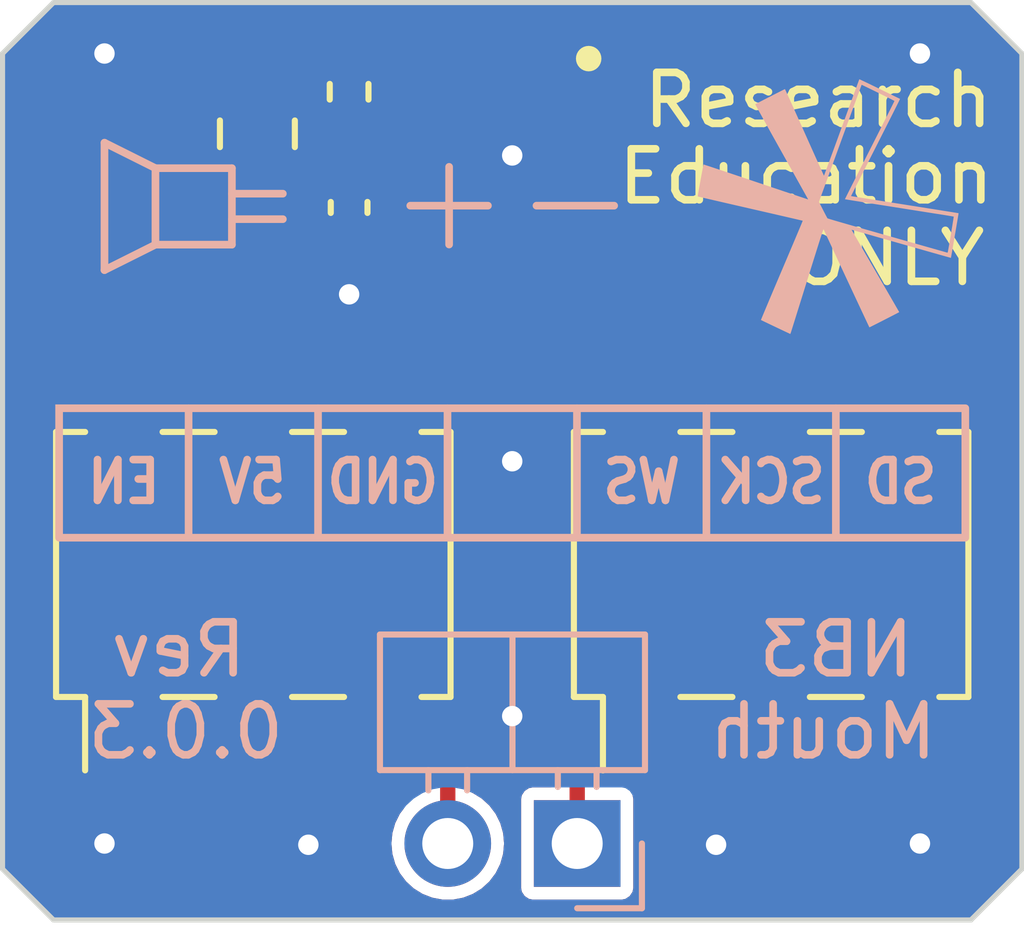
<source format=kicad_pcb>
(kicad_pcb (version 20240108) (generator "pcbnew") (generator_version "8.0")
  (title_block (title "NB3 Mouth") (date "2024-10-02") (rev "0.0.3") (company "Voight-Kampff") (comment 1 "I2S Codec and 3W (Class D) Amplifier PCB"))
  (layers (0 "F.Cu" signal) (31 "B.Cu" signal) (34 "B.Paste" user) (35 "F.Paste" user) (36 "B.SilkS" user "B.Silkscreen") (37 "F.SilkS" user "F.Silkscreen") (38 "B.Mask" user) (39 "F.Mask" user) (44 "Edge.Cuts" user))
  (net 0 "")
  (net 1 "GND")
  (net 2 "/SCK")
  (net 3 "/SD")
  (net 4 "/WS")
  (net 5 "Net-(IC1-~{SD_MODE})")
  (net 6 "/Speaker+")
  (net 7 "/Speaker-")
  (net 12 "+5V")
  (net 13 "/EN")
  (footprint "NB3_mouth:I2S_DAC-AMP_MAX98357A" (layer "F.Cu") (at 151.4 100.975 -90)
    (property "Reference" "IC1" (hide yes))
    (property "Value" "MAX98357AETE+T" (hide yes))
    (fp_circle (center -1.875 -1.5) (end -1.875 -1.375) (stroke (width 0.25)) (fill none) (layer "F.SilkS"))
    (pad "1" smd rect (at -1.45 -0.75) (size 0.3 0.85) (layers "F.Cu" "F.Paste" "F.Mask") (net 3 "/SD"))
    (pad "2" smd rect (at -1.45 -0.25) (size 0.3 0.85) (layers "F.Cu" "F.Paste" "F.Mask") (net 1 "GND"))
    (pad "3" smd rect (at -1.45 0.25) (size 0.3 0.85) (layers "F.Cu" "F.Paste" "F.Mask") (net 1 "GND"))
    (pad "4" smd rect (at -1.45 0.75) (size 0.3 0.85) (layers "F.Cu" "F.Paste" "F.Mask") (net 5 "Net-(IC1-~{SD_MODE})"))
    (pad "5" smd rect (at -0.75 1.45 270) (size 0.3 0.85) (layers "F.Cu" "F.Paste" "F.Mask"))
    (pad "6" smd rect (at -0.25 1.45 270) (size 0.3 0.85) (layers "F.Cu" "F.Paste" "F.Mask"))
    (pad "7" smd rect (at 0.25 1.45 270) (size 0.3 0.85) (layers "F.Cu" "F.Paste" "F.Mask") (net 12 "+5V"))
    (pad "8" smd rect (at 0.75 1.45 270) (size 0.3 0.85) (layers "F.Cu" "F.Paste" "F.Mask") (net 12 "+5V"))
    (pad "9" smd rect (at 1.45 0.75) (size 0.3 0.85) (layers "F.Cu" "F.Paste" "F.Mask") (net 6 "/Speaker+"))
    (pad "10" smd rect (at 1.45 0.25) (size 0.3 0.85) (layers "F.Cu" "F.Paste" "F.Mask") (net 7 "/Speaker-"))
    (pad "11" smd rect (at 1.45 -0.25) (size 0.3 0.85) (layers "F.Cu" "F.Paste" "F.Mask") (net 1 "GND"))
    (pad "12" smd rect (at 1.45 -0.75) (size 0.3 0.85) (layers "F.Cu" "F.Paste" "F.Mask"))
    (pad "13" smd rect (at 0.75 -1.45 270) (size 0.3 0.85) (layers "F.Cu" "F.Paste" "F.Mask"))
    (pad "14" smd rect (at 0.25 -1.45 270) (size 0.3 0.85) (layers "F.Cu" "F.Paste" "F.Mask") (net 4 "/WS"))
    (pad "15" smd rect (at -0.25 -1.45 270) (size 0.3 0.85) (layers "F.Cu" "F.Paste" "F.Mask") (net 1 "GND"))
    (pad "16" smd rect (at -0.75 -1.45 270) (size 0.3 0.85) (layers "F.Cu" "F.Paste" "F.Mask") (net 2 "/SCK"))
    (pad "17" smd rect (at 0 0 270) (size 1.25 1.25) (layers "F.Cu" "F.Paste" "F.Mask") (net 1 "GND"))
  )
  (footprint "Capacitor_SMD:C_0805_2012Metric" (layer "F.Cu") (at 146.4 100.575 90)
    (property "Reference" "C1" (hide yes))
    (property "Value" "10uF")
    (fp_line (start -0.261252 -0.735) (end 0.261252 -0.735) (stroke (width 0.12)) (layer "F.SilkS"))
    (fp_line (start -0.261252 0.735) (end 0.261252 0.735) (stroke (width 0.12)) (layer "F.SilkS"))
    (pad "1" smd roundrect (at -0.95 0 90) (size 1 1.45) (layers "F.Cu" "F.Paste" "F.Mask") (net 12 "+5V"))
    (pad "2" smd roundrect (at 0.95 0 90) (size 1 1.45) (layers "F.Cu" "F.Paste" "F.Mask") (net 1 "GND"))
  )
  (footprint "Resistor_SMD:R_0402_1005Metric" (layer "F.Cu") (at 148.2 99.75 90)
    (property "Reference" "R1" (hide yes))
    (property "Value" "634k" (hide yes))
    (fp_line (start -0.153641 -0.38) (end 0.153641 -0.38) (stroke (width 0.12)) (layer "F.SilkS"))
    (fp_line (start -0.153641 0.38) (end 0.153641 0.38) (stroke (width 0.12)) (layer "F.SilkS"))
    (pad "1" smd roundrect (at -0.51 0 90) (size 0.54 0.64) (layers "F.Cu" "F.Paste" "F.Mask") (net 13 "/EN"))
    (pad "2" smd roundrect (at 0.51 0 90) (size 0.54 0.64) (layers "F.Cu" "F.Paste" "F.Mask") (net 5 "Net-(IC1-~{SD_MODE})"))
  )
  (footprint "Capacitor_SMD:C_0402_1005Metric" (layer "F.Cu") (at 148.2 102.02 -90)
    (property "Reference" "C2" (hide yes))
    (property "Value" "0.1uF")
    (fp_line (start -0.107836 0.36) (end 0.107836 0.36) (stroke (width 0.12)) (layer "F.SilkS"))
    (fp_line (start -0.107836 -0.36) (end 0.107836 -0.36) (stroke (width 0.12)) (layer "F.SilkS"))
    (pad "1" smd roundrect (at -0.48 0 270) (size 0.56 0.62) (layers "F.Cu" "F.Paste" "F.Mask") (net 12 "+5V"))
    (pad "2" smd roundrect (at 0.48 0 270) (size 0.56 0.62) (layers "F.Cu" "F.Paste" "F.Mask") (net 1 "GND"))
  )
  (footprint "Connector_PinHeader_2.54mm:PinHeader_2x03_P2.54mm_Vertical_SMD" (layer "F.Cu") (at 156.48 109.025 90)
    (property "Reference" "J2" (hide yes))
    (property "Value" "Conn_02x03_Odd_Even" (hide yes))
    (fp_line (start 2.6 -3.87) (end 2.6 -3.3) (stroke (width 0.12)) (layer "F.SilkS"))
    (fp_line (start -2.6 -3.87) (end 2.6 -3.87) (stroke (width 0.12)) (layer "F.SilkS"))
    (fp_line (start -2.6 -3.87) (end -2.6 -3.3) (stroke (width 0.12)) (layer "F.SilkS"))
    (fp_line (start -4.04 -3.3) (end -2.6 -3.3) (stroke (width 0.12)) (layer "F.SilkS"))
    (fp_line (start 2.6 -1.78) (end 2.6 -0.76) (stroke (width 0.12)) (layer "F.SilkS"))
    (fp_line (start -2.6 -1.78) (end -2.6 -0.76) (stroke (width 0.12)) (layer "F.SilkS"))
    (fp_line (start 2.6 0.76) (end 2.6 1.78) (stroke (width 0.12)) (layer "F.SilkS"))
    (fp_line (start -2.6 0.76) (end -2.6 1.78) (stroke (width 0.12)) (layer "F.SilkS"))
    (fp_line (start 2.6 3.3) (end 2.6 3.87) (stroke (width 0.12)) (layer "F.SilkS"))
    (fp_line (start -2.6 3.3) (end -2.6 3.87) (stroke (width 0.12)) (layer "F.SilkS"))
    (fp_line (start -2.6 3.87) (end 2.6 3.87) (stroke (width 0.12)) (layer "F.SilkS"))
    (pad "1" smd rect (at -2.525 -2.54 90) (size 3.15 1) (layers "F.Cu" "F.Paste" "F.Mask") (net 4 "/WS"))
    (pad "2" smd rect (at 2.525 -2.54 90) (size 3.15 1) (layers "F.Cu" "F.Paste" "F.Mask") (net 4 "/WS"))
    (pad "3" smd rect (at -2.525 0 90) (size 3.15 1) (layers "F.Cu" "F.Paste" "F.Mask") (net 2 "/SCK"))
    (pad "4" smd rect (at 2.525 0 90) (size 3.15 1) (layers "F.Cu" "F.Paste" "F.Mask") (net 2 "/SCK"))
    (pad "5" smd rect (at -2.525 2.54 90) (size 3.15 1) (layers "F.Cu" "F.Paste" "F.Mask") (net 3 "/SD"))
    (pad "6" smd rect (at 2.525 2.54 90) (size 3.15 1) (layers "F.Cu" "F.Paste" "F.Mask") (net 3 "/SD"))
  )
  (footprint "Connector_PinHeader_2.54mm:PinHeader_2x03_P2.54mm_Vertical_SMD" (layer "F.Cu") (at 146.32 109.025 90)
    (property "Reference" "J1" (hide yes))
    (property "Value" "Conn_02x03_Odd_Even" (hide yes))
    (fp_line (start 2.6 -3.87) (end 2.6 -3.3) (stroke (width 0.12)) (layer "F.SilkS"))
    (fp_line (start -2.6 -3.87) (end 2.6 -3.87) (stroke (width 0.12)) (layer "F.SilkS"))
    (fp_line (start -2.6 -3.87) (end -2.6 -3.3) (stroke (width 0.12)) (layer "F.SilkS"))
    (fp_line (start -4.04 -3.3) (end -2.6 -3.3) (stroke (width 0.12)) (layer "F.SilkS"))
    (fp_line (start 2.6 -1.78) (end 2.6 -0.76) (stroke (width 0.12)) (layer "F.SilkS"))
    (fp_line (start -2.6 -1.78) (end -2.6 -0.76) (stroke (width 0.12)) (layer "F.SilkS"))
    (fp_line (start 2.6 0.76) (end 2.6 1.78) (stroke (width 0.12)) (layer "F.SilkS"))
    (fp_line (start -2.6 0.76) (end -2.6 1.78) (stroke (width 0.12)) (layer "F.SilkS"))
    (fp_line (start 2.6 3.3) (end 2.6 3.87) (stroke (width 0.12)) (layer "F.SilkS"))
    (fp_line (start -2.6 3.3) (end -2.6 3.87) (stroke (width 0.12)) (layer "F.SilkS"))
    (fp_line (start -2.6 3.87) (end 2.6 3.87) (stroke (width 0.12)) (layer "F.SilkS"))
    (pad "1" smd rect (at -2.525 -2.54 90) (size 3.15 1) (layers "F.Cu" "F.Paste" "F.Mask") (net 13 "/EN"))
    (pad "2" smd rect (at 2.525 -2.54 90) (size 3.15 1) (layers "F.Cu" "F.Paste" "F.Mask") (net 13 "/EN"))
    (pad "3" smd rect (at -2.525 0 90) (size 3.15 1) (layers "F.Cu" "F.Paste" "F.Mask") (net 12 "+5V"))
    (pad "4" smd rect (at 2.525 0 90) (size 3.15 1) (layers "F.Cu" "F.Paste" "F.Mask") (net 12 "+5V"))
    (pad "5" smd rect (at -2.525 2.54 90) (size 3.15 1) (layers "F.Cu" "F.Paste" "F.Mask") (net 1 "GND"))
    (pad "6" smd rect (at 2.525 2.54 90) (size 3.15 1) (layers "F.Cu" "F.Paste" "F.Mask") (net 1 "GND"))
  )
  (footprint "Connector_PinHeader_2.54mm:PinHeader_1x02_P2.54mm_Horizontal" (layer "B.Cu") (at 152.675 114.5 90)
    (property "Reference" "J3" (hide yes))
    (property "Value" "Conn_01x02")
    (fp_line (start 4.1 -3.87) (end 4.1 1.33) (stroke (width 0.12)) (layer "B.SilkS"))
    (fp_line (start 1.44 -3.87) (end 4.1 -3.87) (stroke (width 0.12)) (layer "B.SilkS"))
    (fp_line (start 1.042929 -2.92) (end 1.44 -2.92) (stroke (width 0.12)) (layer "B.SilkS"))
    (fp_line (start 1.042929 -2.16) (end 1.44 -2.16) (stroke (width 0.12)) (layer "B.SilkS"))
    (fp_line (start 1.44 -1.27) (end 4.1 -1.27) (stroke (width 0.12)) (layer "B.SilkS"))
    (fp_line (start 1.11 -0.38) (end 1.44 -0.38) (stroke (width 0.12)) (layer "B.SilkS"))
    (fp_line (start -1.27 0) (end -1.27 1.27) (stroke (width 0.12)) (layer "B.SilkS"))
    (fp_line (start 1.11 0.38) (end 1.44 0.38) (stroke (width 0.12)) (layer "B.SilkS"))
    (fp_line (start -1.27 1.27) (end 0 1.27) (stroke (width 0.12)) (layer "B.SilkS"))
    (fp_line (start 4.1 1.33) (end 1.44 1.33) (stroke (width 0.12)) (layer "B.SilkS"))
    (fp_line (start 1.44 1.33) (end 1.44 -3.87) (stroke (width 0.12)) (layer "B.SilkS"))
    (pad "1" thru_hole rect (at 0 0 90) (size 1.7 1.7) (drill 1) (layers "*.Cu" "*.Mask") (net 7 "/Speaker-"))
    (pad "2" thru_hole oval (at 0 -2.54 90) (size 1.7 1.7) (drill 1) (layers "*.Cu" "*.Mask") (net 6 "/Speaker+"))
  )
  (footprint "NB3_mouth:Logo_VK_5mm" (layer "B.Cu") (at 157.6 102 180)
    (property "Reference" "G***" (hide yes))
    (property "Value" "LOGO" (hide yes))
    (fp_poly (pts (xy -0.608358 2.490005) (xy -0.603434 2.476985) (xy -0.595619 2.456006) (xy -0.58506 2.427472) (xy -0.571905 2.391783) (xy -0.556299 2.34934) (xy -0.53839 2.300545) (xy -0.518325 2.245799) (xy -0.496251 2.185503) (xy -0.472315 2.120059) (xy -0.446664 2.049868) (xy -0.419444 1.975332) (xy -0.390802 1.896851) (xy -0.360886 1.814827) (xy -0.329842 1.729662) (xy -0.297818 1.641756) (xy -0.26496 1.551511) (xy -0.263079 1.546345) (xy -0.230199 1.456056) (xy -0.198147 1.368128) (xy -0.167069 1.282959) (xy -0.137112 1.200948) (xy -0.108424 1.122494) (xy -0.081149 1.047993) (xy -0.055435 0.977845) (xy -0.031428 0.912449) (xy -0.009275 0.852202) (xy 0.010879 0.797503) (xy 0.028885 0.74875) (xy 0.044599 0.706342) (xy 0.057873 0.670677) (xy 0.068561 0.642153) (xy 0.076516 0.621169) (xy 0.081593 0.608123) (xy 0.083644 0.603413) (xy 0.083669 0.603405) (xy 0.08583 0.607772) (xy 0.091611 0.620245) (xy 0.10083 0.640418) (xy 0.113306 0.667889) (xy 0.128856 0.702251) (xy 0.147299 0.743101) (xy 0.168452 0.790035) (xy 0.192134 0.842646) (xy 0.218163 0.900532) (xy 0.246356 0.963287) (xy 0.276533 1.030507) (xy 0.30851 1.101787) (xy 0.342105 1.176723) (xy 0.377138 1.254911) (xy 0.413426 1.335945) (xy 0.450787 1.419421) (xy 0.466144 1.453749) (xy 0.503882 1.538074) (xy 0.540625 1.620104) (xy 0.576191 1.699436) (xy 0.610397 1.775665) (xy 0.643062 1.84839) (xy 0.674004 1.917206) (xy 0.70304 1.981709) (xy 0.729988 2.041497) (xy 0.754667 2.096165) (xy 0.776895 2.145311) (xy 0.796488 2.18853) (xy 0.813266 2.22542) (xy 0.827046 2.255577) (xy 0.837647 2.278597) (xy 0.844885 2.294076) (xy 0.848579 2.301612) (xy 0.849026 2.302312) (xy 0.853668 2.30025) (xy 0.865782 2.294341) (xy 0.884553 2.285002) (xy 0.909165 2.272649) (xy 0.938801 2.257699) (xy 0.972646 2.240569) (xy 1.009882 2.221676) (xy 1.049695 2.201435) (xy 1.091268 2.180264) (xy 1.133785 2.158579) (xy 1.17643 2.136797) (xy 1.218387 2.115335) (xy 1.258839 2.094609) (xy 1.296971 2.075035) (xy 1.331967 2.057031) (xy 1.363009 2.041013) (xy 1.389283 2.027398) (xy 1.409972 2.016602) (xy 1.42426 2.009042) (xy 1.431332 2.005135) (xy 1.43193 2.004731) (xy 1.43001 2.000403) (xy 1.423732 1.988305) (xy 1.413297 1.968799) (xy 1.398904 1.942246) (xy 1.380752 1.909008) (xy 1.359043 1.869444) (xy 1.333976 1.823918) (xy 1.305751 1.772789) (xy 1.274568 1.71642) (xy 1.240627 1.655172) (xy 1.204127 1.589405) (xy 1.16527 1.519481) (xy 1.124254 1.445762) (xy 1.08128 1.368609) (xy 1.036547 1.288382) (xy 0.990256 1.205443) (xy 0.942607 1.120154) (xy 0.914223 1.069388) (xy 0.865864 0.982912) (xy 0.81872 0.898597) (xy 0.772993 0.816805) (xy 0.728884 0.737894) (xy 0.686594 0.662225) (xy 0.646323 0.590158) (xy 0.608274 0.522054) (xy 0.572647 0.458272) (xy 0.539643 0.399172) (xy 0.509464 0.345115) (xy 0.48231 0.296461) (xy 0.458383 0.25357) (xy 0.437883 0.216801) (xy 0.421013 0.186516) (xy 0.407972 0.163074) (xy 0.398962 0.146836) (xy 0.394184 0.138161) (xy 0.393431 0.136737) (xy 0.397819 0.138132) (xy 0.410653 0.14237) (xy 0.431544 0.14932) (xy 0.460104 0.158854) (xy 0.495945 0.170839) (xy 0.538677 0.185146) (xy 0.587912 0.201644) (xy 0.643263 0.220203) (xy 0.70434 0.240693) (xy 0.770755 0.262983) (xy 0.84212 0.286943) (xy 0.918045 0.312443) (xy 0.998144 0.339352) (xy 1.082027 0.36754) (xy 1.169305 0.396877) (xy 1.259591 0.427232) (xy 1.352496 0.458475) (xy 1.418518 0.480683) (xy 1.513041 0.512464) (xy 1.605232 0.543433) (xy 1.694702 0.57346) (xy 1.781063 0.602415) (xy 1.863923 0.630168) (xy 1.942895 0.65659) (xy 2.017588 0.681551) (xy 2.087614 0.704921) (xy 2.152581 0.726571) (xy 2.212102 0.74637) (xy 2.265787 0.76419) (xy 2.313246 0.7799) (xy 2.354089 0.793371) (xy 2.387928 0.804472) (xy 2.414373 0.813076) (xy 2.433033 0.81905) (xy 2.443521 0.822267) (xy 2.44579 0.82281) (xy 2.447351 0.817607) (xy 2.450348 0.804185) (xy 2.454613 0.783454) (xy 2.45998 0.756326) (xy 2.466283 0.723712) (xy 2.473357 0.686522) (xy 2.481034 0.645669) (xy 2.489149 0.602063) (xy 2.497536 0.556615) (xy 2.506028 0.510236) (xy 2.514459 0.463838) (xy 2.522664 0.418332) (xy 2.530475 0.374629) (xy 2.537727 0.333639) (xy 2.544254 0.296275) (xy 2.54989 0.263447) (xy 2.554467 0.236067) (xy 2.557821 0.215045) (xy 2.559785 0.201294) (xy 2.560193 0.195723) (xy 2.560157 0.195661) (xy 2.555318 0.1943) (xy 2.541799 0.190955) (xy 2.520007 0.185722) (xy 2.490348 0.178694) (xy 2.453229 0.169965) (xy 2.409056 0.15963) (xy 2.358237 0.147784) (xy 2.301178 0.134519) (xy 2.238285 0.119932) (xy 2.169965 0.104115) (xy 2.096625 0.087164) (xy 2.018671 0.069172) (xy 1.93651 0.050234) (xy 1.850549 0.030444) (xy 1.761195 0.009897) (xy 1.668853 -0.011314) (xy 1.573931 -0.033095) (xy 1.529555 -0.043269) (xy 1.433603 -0.065271) (xy 1.340055 -0.08674) (xy 1.249315 -0.107581) (xy 1.161791 -0.127701) (xy 1.077888 -0.147005) (xy 0.998012 -0.1654) (xy 0.922568 -0.182792) (xy 0.851964 -0.199087) (xy 0.786605 -0.214191) (xy 0.726897 -0.22801) (xy 0.673246 -0.240451) (xy 0.626057 -0.25142) (xy 0.585738 -0.260822) (xy 0.552693 -0.268565) (xy 0.527329 -0.274553) (xy 0.510052 -0.278694) (xy 0.501268 -0.280894) (xy 0.50019 -0.281228) (xy 0.501744 -0.285698) (xy 0.506791 -0.29836) (xy 0.51517 -0.318831) (xy 0.526719 -0.346728) (xy 0.541277 -0.381669) (xy 0.558683 -0.423271) (xy 0.578774 -0.47115) (xy 0.601391 -0.524924) (xy 0.626371 -0.58421) (xy 0.653553 -0.648626) (xy 0.682776 -0.717787) (xy 0.713878 -0.791313) (xy 0.746698 -0.868819) (xy 0.781075 -0.949922) (xy 0.816847 -1.034241) (xy 0.853852 -1.121392) (xy 0.89193 -1.210992) (xy 0.910446 -1.254534) (xy 0.948977 -1.345175) (xy 0.986507 -1.433554) (xy 1.022874 -1.519289) (xy 1.057917 -1.601997) (xy 1.091474 -1.681294) (xy 1.123386 -1.756797) (xy 1.15349 -1.828124) (xy 1.181627 -1.89489) (xy 1.207633 -1.956714) (xy 1.231349 -2.013211) (xy 1.252614 -2.063999) (xy 1.271266 -2.108694) (xy 1.287144 -2.146913) (xy 1.300087 -2.178274) (xy 1.309934 -2.202393) (xy 1.316524 -2.218887) (xy 1.319696 -2.227372) (xy 1.319958 -2.228487) (xy 1.315372 -2.230914) (xy 1.303214 -2.236916) (xy 1.284319 -2.246097) (xy 1.259526 -2.258058) (xy 1.22967 -2.272401) (xy 1.19559 -2.288728) (xy 1.158121 -2.30664) (xy 1.118101 -2.325741) (xy 1.076367 -2.345631) (xy 1.033756 -2.365913) (xy 0.991104 -2.386188) (xy 0.949248 -2.406059) (xy 0.909025 -2.425127) (xy 0.871273 -2.442995) (xy 0.836828 -2.459264) (xy 0.806527 -2.473537) (xy 0.781207 -2.485414) (xy 0.761705 -2.494499) (xy 0.748857 -2.500393) (xy 0.743501 -2.502697) (xy 0.743413 -2.502715) (xy 0.741321 -2.498538) (xy 0.737073 -2.487119) (xy 0.731255 -2.470122) (xy 0.724454 -2.449214) (xy 0.723316 -2.445623) (xy 0.720208 -2.435736) (xy 0.714456 -2.417386) (xy 0.706196 -2.391008) (xy 0.695564 -2.357034) (xy 0.682696 -2.315901) (xy 0.667726 -2.268041) (xy 0.650792 -2.213889) (xy 0.632028 -2.15388) (xy 0.611571 -2.088446) (xy 0.589556 -2.018023) (xy 0.566118 -1.943045) (xy 0.541395 -1.863946) (xy 0.51552 -1.781159) (xy 0.488631 -1.69512) (xy 0.460863 -1.606262) (xy 0.432351 -1.51502) (xy 0.403232 -1.421827) (xy 0.400485 -1.413037) (xy 0.365485 -1.30105) (xy 0.333146 -1.197652) (xy 0.30337 -1.102529) (xy 0.276055 -1.015369) (xy 0.251101 -0.935859) (xy 0.228407 -0.863684) (xy 0.207873 -0.798533) (xy 0.189398 -0.740091) (xy 0.172883 -0.688045) (xy 0.158225 -0.642083) (xy 0.145326 -0.60189) (xy 0.134084 -0.567155) (xy 0.124398 -0.537562) (xy 0.11617 -0.5128) (xy 0.109297 -0.492556) (xy 0.103679 -0.476515) (xy 0.099217 -0.464364) (xy 0.095808 -0.455791) (xy 0.093354 -0.450482) (xy 0.091753 -0.448124) (xy 0.090954 -0.448277) (xy 0.085542 -0.460305) (xy 0.076596 -0.479876) (xy 0.064329 -0.506533) (xy 0.048954 -0.539821) (xy 0.030685 -0.579283) (xy 0.009735 -0.624461) (xy -0.013684 -0.674899) (xy -0.039356 -0.730141) (xy -0.067071 -0.78973) (xy -0.096613 -0.85321) (xy -0.127771 -0.920122) (xy -0.16033 -0.990012) (xy -0.194077 -1.062422) (xy -0.2288 -1.136895) (xy -0.264285 -1.212975) (xy -0.300318 -1.290206) (xy -0.336687 -1.36813) (xy -0.373179 -1.446291) (xy -0.409579 -1.524232) (xy -0.445675 -1.601497) (xy -0.481254 -1.677628) (xy -0.516102 -1.75217) (xy -0.550006 -1.824666) (xy -0.582753 -1.894658) (xy -0.61413 -1.961691) (xy -0.643923 -2.025308) (xy -0.671919 -2.085051) (xy -0.697905 -2.140464) (xy -0.721667 -2.191092) (xy -0.742993 -2.236476) (xy -0.761669 -2.27616) (xy -0.777483 -2.309688) (xy -0.790219 -2.336603) (xy -0.799667 -2.356449) (xy -0.805611 -2.368768) (xy -0.807839 -2.373103) (xy -0.807845 -2.373106) (xy -0.812637 -2.371045) (xy -0.824858 -2.365152) (xy -0.843698 -2.355839) (xy -0.868349 -2.343519) (xy -0.898001 -2.328606) (xy -0.931844 -2.311512) (xy -0.969071 -2.292652) (xy -1.00887 -2.272437) (xy -1.050434 -2.251282) (xy -1.092953 -2.2296) (xy -1.135617 -2.207804) (xy -1.177618 -2.186307) (xy -1.218146 -2.165522) (xy -1.256391 -2.145863) (xy -1.291546 -2.127742) (xy -1.322799 -2.111574) (xy -1.349343 -2.097771) (xy -1.370367 -2.086746) (xy -1.385064 -2.078913) (xy -1.392622 -2.074685) (xy -1.393479 -2.074065) (xy -1.391174 -2.069853) (xy -1.384409 -2.057962) (xy -1.373407 -2.038777) (xy -1.35839 -2.01268) (xy -1.339579 -1.980054) (xy -1.317196 -1.941283) (xy -1.291462 -1.896749) (xy -1.262598 -1.846836) (xy -1.230827 -1.791926) (xy -1.196371 -1.732404) (xy -1.15945 -1.66865) (xy -1.120286 -1.60105) (xy -1.079101 -1.529985) (xy -1.036117 -1.455839) (xy -0.991554 -1.378996) (xy -0.945636 -1.299837) (xy -0.92562 -1.265339) (xy -0.879202 -1.185331) (xy -0.834052 -1.107487) (xy -0.790391 -1.032191) (xy -0.74844 -0.959825) (xy -0.708421 -0.890769) (xy -0.670554 -0.825407) (xy -0.635061 -0.764121) (xy -0.602162 -0.707292) (xy -0.572079 -0.655303) (xy -0.545033 -0.608536) (xy -0.521245 -0.567372) (xy -0.500936 -0.532195) (xy -0.484327 -0.503385) (xy -0.47164 -0.481325) (xy -0.463095 -0.466397) (xy -0.458913 -0.458983) (xy -0.458512 -0.4582) (xy -0.462997 -0.459373) (xy -0.476039 -0.46298) (xy -0.497232 -0.468907) (xy -0.526168 -0.477037) (xy -0.562439 -0.487256) (xy -0.605637 -0.499448) (xy -0.655356 -0.513498) (xy -0.711186 -0.52929) (xy -0.772722 -0.546709) (xy -0.839555 -0.56564) (xy -0.911277 -0.585966) (xy -0.987481 -0.607574) (xy -1.06776 -0.630347) (xy -1.151705 -0.65417) (xy -1.23891 -0.678928) (xy -1.328966 -0.704505) (xy -1.421467 -0.730786) (xy -1.433072 -0.734084) (xy -1.525849 -0.760444) (xy -1.616234 -0.786115) (xy -1.703818 -0.810979) (xy -1.788196 -0.834923) (xy -1.868958 -0.857831) (xy -1.945697 -0.879588) (xy -2.018006 -0.900077) (xy -2.085476 -0.919184) (xy -2.1477 -0.936794) (xy -2.204271 -0.95279) (xy -2.254781 -0.967059) (xy -2.298821 -0.979483) (xy -2.335985 -0.989948) (xy -2.365864 -0.998339) (xy -2.388051 -1.00454) (xy -2.402139 -1.008436) (xy -2.407719 -1.009911) (xy -2.407798 -1.00992) (xy -2.408824 -1.005184) (xy -2.411271 -0.992041) (xy -2.415008 -0.971262) (xy -2.419903 -0.943616) (xy -2.425825 -0.909871) (xy -2.43264 -0.870797) (xy -2.440219 -0.827164) (xy -2.448428 -0.77974) (xy -2.457136 -0.729295) (xy -2.466211 -0.676598) (xy -2.475521 -0.622419) (xy -2.484935 -0.567527) (xy -2.494321 -0.512691) (xy -2.503546 -0.458681) (xy -2.512479 -0.406265) (xy -2.520989 -0.356214) (xy -2.528943 -0.309296) (xy -2.536209 -0.26628) (xy -2.542656 -0.227937) (xy -2.54723 -0.200555) (xy -2.462309 -0.200555) (xy -2.461977 -0.205385) (xy -2.460205 -0.218538) (xy -2.457138 -0.239149) (xy -2.452921 -0.266354) (xy -2.447697 -0.299291) (xy -2.441611 -0.337095) (xy -2.434808 -0.378902) (xy -2.427431 -0.42385) (xy -2.419625 -0.471075) (xy -2.411534 -0.519712) (xy -2.403303 -0.568899) (xy -2.395075 -0.617772) (xy -2.386996 -0.665466) (xy -2.379209 -0.711119) (xy -2.371859 -0.753867) (xy -2.36509 -0.792846) (xy -2.359046 -0.827192) (xy -2.353872 -0.856043) (xy -2.349712 -0.878533) (xy -2.34671 -0.8938) (xy -2.345687 -0.898463) (xy -2.341095 -0.906452) (xy -2.33556 -0.906831) (xy -2.330469 -0.905377) (xy -2.316786 -0.901484) (xy -2.294886 -0.895259) (xy -2.265145 -0.886809) (xy -2.227939 -0.876239) (xy -2.183641 -0.863656) (xy -2.132628 -0.849168) (xy -2.075275 -0.83288) (xy -2.011956 -0.814899) (xy -1.943048 -0.795331) (xy -1.868925 -0.774284) (xy -1.789962 -0.751864) (xy -1.706535 -0.728176) (xy -1.619019 -0.703329) (xy -1.527789 -0.677427) (xy -1.433221 -0.650579) (xy -1.335689 -0.62289) (xy -1.235569 -0.594467) (xy -1.160477 -0.57315) (xy -1.028096 -0.535553) (xy -0.904521 -0.500421) (xy -0.789581 -0.467706) (xy -0.683107 -0.437359) (xy -0.584928 -0.409329) (xy -0.494875 -0.383568) (xy -0.412778 -0.360027) (xy -0.338466 -0.338657) (xy -0.27177 -0.319408) (xy -0.21252 -0.30223) (xy -0.160546 -0.287076) (xy -0.115678 -0.273896) (xy -0.077746 -0.26264) (xy -0.04658 -0.253259) (xy -0.022009 -0.245705) (xy -0.003865 -0.239927) (xy 0.008022 -0.235877) (xy 0.013824 -0.233506) (xy 0.014432 -0.233084) (xy 0.018187 -0.227077) (xy 0.025642 -0.213731) (xy 0.03628 -0.194023) (xy 0.049586 -0.168926) (xy 0.065042 -0.139415) (xy 0.082132 -0.106465) (xy 0.10034 -0.071051) (xy 0.101945 -0.067914) (xy 0.182018 0.088611) (xy -0.235815 1.236241) (xy -0.272106 1.335911) (xy -0.307569 1.433285) (xy -0.342071 1.528) (xy -0.37548 1.619692) (xy -0.407663 1.708001) (xy -0.438487 1.792561) (xy -0.46782 1.87301) (xy -0.495529 1.948985) (xy -0.521483 2.020124) (xy -0.545548 2.086062) (xy -0.567592 2.146438) (xy -0.587483 2.200888) (xy -0.605089 2.249048) (xy -0.620275 2.290557) (xy -0.632911 2.325051) (xy -0.642864 2.352166) (xy -0.650001 2.371541) (xy -0.654189 2.382812) (xy -0.655329 2.385751) (xy -0.659758 2.38417) (xy -0.671751 2.378816) (xy -0.690526 2.370073) (xy -0.715303 2.358324) (xy -0.745303 2.343953) (xy -0.779744 2.327342) (xy -0.817846 2.308874) (xy -0.858829 2.288934) (xy -0.901913 2.267904) (xy -0.946317 2.246167) (xy -0.991261 2.224107) (xy -1.035965 2.202107) (xy -1.079647 2.18055) (xy -1.121529 2.159819) (xy -1.160828 2.140298) (xy -1.196766 2.12237) (xy -1.228562 2.106418) (xy -1.255434 2.092825) (xy -1.276604 2.081975) (xy -1.29129 2.07425) (xy -1.298713 2.070034) (xy -1.299473 2.069416) (xy -1.297543 2.064866) (xy -1.291571 2.052378) (xy -1.281742 2.032318) (xy -1.268241 2.005056) (xy -1.251256 1.970959) (xy -1.23097 1.930396) (xy -1.207569 1.883735) (xy -1.181239 1.831344) (xy -1.152165 1.773591) (xy -1.120532 1.710844) (xy -1.086527 1.643473) (xy -1.050334 1.571844) (xy -1.012139 1.496326) (xy -0.972127 1.417287) (xy -0.930484 1.335096) (xy -0.887396 1.250121) (xy -0.843047 1.162729) (xy -0.813281 1.104114) (xy -0.76822 1.015366) (xy -0.724304 0.928812) (xy -0.681718 0.844816) (xy -0.640647 0.763747) (xy -0.601276 0.685971) (xy -0.56379 0.611856) (xy -0.528374 0.541767) (xy -0.495213 0.476074) (xy -0.464492 0.415141) (xy -0.436395 0.359337) (xy -0.411108 0.309029) (xy -0.388817 0.264582) (xy -0.369704 0.226366) (xy -0.353957 0.194745) (xy -0.341759 0.170088) (xy -0.333296 0.152762) (xy -0.328752 0.143133) (xy -0.32799 0.141172) (xy -0.332771 0.140214) (xy -0.346349 0.137872) (xy -0.368312 0.134213) (xy -0.39825 0.129301) (xy -0.435751 0.123203) (xy -0.480405 0.115983) (xy -0.5318 0.107707) (xy -0.589525 0.09844) (xy -0.653169 0.088248) (xy -0.722321 0.077196) (xy -0.796569 0.065349) (xy -0.875504 0.052774) (xy -0.958713 0.039534) (xy -1.045785 0.025696) (xy -1.13631 0.011325) (xy -1.229876 -0.003514) (xy -1.326072 -0.018756) (xy -1.424488 -0.034334) (xy -1.524711 -0.050183) (xy -1.626331 -0.066239) (xy -1.728936 -0.082436) (xy -1.832117 -0.098708) (xy -1.93546 -0.11499) (xy -2.038557 -0.131217) (xy -2.140994 -0.147323) (xy -2.230074 -0.161314) (xy -2.27512 -0.16844) (xy -2.317372 -0.17523) (xy -2.355934 -0.181531) (xy -2.389911 -0.187193) (xy -2.418407 -0.192065) (xy -2.440527 -0.195994) (xy -2.455374 -0.19883) (xy -2.462054 -0.200422) (xy -2.462309 -0.200555) (xy -2.54723 -0.200555) (xy -2.548152 -0.195035) (xy -2.552565 -0.168343) (xy -2.555764 -0.148631) (xy -2.557616 -0.136669) (xy -2.55803 -0.133165) (xy -2.553333 -0.132305) (xy -2.539837 -0.130058) (xy -2.517951 -0.126489) (xy -2.488082 -0.121662) (xy -2.45064 -0.115644) (xy -2.406032 -0.108499) (xy -2.354667 -0.100292) (xy -2.296953 -0.091087) (xy -2.233298 -0.080951) (xy -2.164112 -0.069947) (xy -2.089802 -0.058142) (xy -2.010777 -0.045599) (xy -1.927444 -0.032385) (xy -1.840214 -0.018563) (xy -1.749492 -0.0042) (xy -1.655689 0.010641) (xy -1.559213 0.025893) (xy -1.503037 0.03477) (xy -1.405217 0.050229) (xy -1.309838 0.065314) (xy -1.217308 0.07996) (xy -1.128035 0.094102) (xy -1.042428 0.107675) (xy -0.960895 0.120613) (xy -0.883845 0.132852) (xy -0.811685 0.144328) (xy -0.744824 0.154973) (xy -0.683671 0.164725) (xy -0.628633 0.173517) (xy -0.580119 0.181284) (xy -0.538538 0.187962) (xy -0.504297 0.193486) (xy -0.477805 0.19779) (xy -0.459471 0.200809) (xy -0.449702 0.202479) (xy -0.448122 0.202802) (xy -0.45005 0.207049) (xy -0.456017 0.219236) (xy -0.465837 0.238995) (xy -0.479323 0.265957) (xy -0.496291 0.299755) (xy -0.516553 0.340021) (xy -0.539924 0.386385) (xy -0.566217 0.43848) (xy -0.595247 0.495938) (xy -0.626827 0.55839) (xy -0.660771 0.625468) (xy -0.696893 0.696804) (xy -0.735007 0.772029) (xy -0.774927 0.850775) (xy -0.816467 0.932675) (xy -0.859441 1.017359) (xy -0.903662 1.10446) (xy -0.930054 1.156424) (xy -0.974902 1.244756) (xy -1.01859 1.330885) (xy -1.060933 1.414444) (xy -1.101746 1.495065) (xy -1.140844 1.572381) (xy -1.178041 1.646022) (xy -1.213154 1.715621) (xy -1.245997 1.78081) (xy -1.276385 1.841221) (xy -1.304132 1.896486) (xy -1.329054 1.946236) (xy -1.350967 1.990105) (xy -1.369684 2.027723) (xy -1.385021 2.058724) (xy -1.396793 2.082738) (xy -1.404814 2.099398) (xy -1.4089 2.108336) (xy -1.409391 2.109838) (xy -1.404683 2.112048) (xy -1.392187 2.11807) (xy -1.372487 2.127617) (xy -1.346168 2.140407) (xy -1.313816 2.156153) (xy -1.276014 2.174571) (xy -1.233347 2.195375) (xy -1.1864 2.218282) (xy -1.135757 2.243006) (xy -1.082004 2.269261) (xy -1.025725 2.296765) (xy -1.009349 2.30477) (xy -0.952511 2.332502) (xy -0.898048 2.358971) (xy -0.846541 2.3839) (xy -0.798572 2.407011) (xy -0.754723 2.428028) (xy -0.715576 2.446674) (xy -0.681714 2.462672) (xy -0.653717 2.475745) (xy -0.632168 2.485616) (xy -0.61765 2.492009) (xy -0.610743 2.494646) (xy -0.610245 2.494667)) (fill solid) (layer "B.SilkS"))
  )
  (gr_line (start 147.59 105.96) (end 147.59 108.5) (stroke (width 0.15)) (layer "B.SilkS"))
  (gr_line (start 144.4 101.25) (end 144.4 102.75) (stroke (width 0.15)) (layer "B.SilkS"))
  (gr_rect (start 142.51 105.96) (end 160.29 108.5) (stroke (width 0.15)) (fill none) (layer "B.SilkS"))
  (gr_line (start 155.21 105.96) (end 155.21 108.5) (stroke (width 0.15)) (layer "B.SilkS"))
  (gr_line (start 145.9 101.25) (end 145.9 102.75) (stroke (width 0.15)) (layer "B.SilkS"))
  (gr_line (start 145.9 102.25) (end 146.9 102.25) (stroke (width 0.15)) (layer "B.SilkS"))
  (gr_line (start 150.13 105.96) (end 150.13 108.5) (stroke (width 0.15)) (layer "B.SilkS"))
  (gr_line (start 145.9 101.75) (end 146.9 101.75) (stroke (width 0.15)) (layer "B.SilkS"))
  (gr_line (start 157.75 105.96) (end 157.75 108.5) (stroke (width 0.15)) (layer "B.SilkS"))
  (gr_line (start 143.4 103.25) (end 143.4 100.75) (stroke (width 0.15)) (layer "B.SilkS"))
  (gr_line (start 152.67 105.96) (end 152.67 108.5) (stroke (width 0.15)) (layer "B.SilkS"))
  (gr_line (start 144.4 101.25) (end 145.9 101.25) (stroke (width 0.15)) (layer "B.SilkS"))
  (gr_line (start 143.4 100.75) (end 144.4 101.25) (stroke (width 0.15)) (layer "B.SilkS"))
  (gr_line (start 144.4 102.75) (end 143.4 103.25) (stroke (width 0.15)) (layer "B.SilkS"))
  (gr_line (start 145.05 105.96) (end 145.05 108.5) (stroke (width 0.15)) (layer "B.SilkS"))
  (gr_line (start 145.9 102.75) (end 144.4 102.75) (stroke (width 0.15)) (layer "B.SilkS"))
  (gr_line (start 161.4 99) (end 161.4 115) (stroke (width 0.1)) (layer "Edge.Cuts"))
  (gr_line (start 141.4 99) (end 142.4 98) (stroke (width 0.1)) (layer "Edge.Cuts"))
  (gr_line (start 142.4 116) (end 141.4 115) (stroke (width 0.1)) (layer "Edge.Cuts"))
  (gr_line (start 161.4 115) (end 160.4 116) (stroke (width 0.1)) (layer "Edge.Cuts"))
  (gr_line (start 141.4 115) (end 141.4 99) (stroke (width 0.1)) (layer "Edge.Cuts"))
  (gr_line (start 142.4 98) (end 160.4 98) (stroke (width 0.1)) (layer "Edge.Cuts"))
  (gr_line (start 160.4 98) (end 161.4 99) (stroke (width 0.1)) (layer "Edge.Cuts"))
  (gr_line (start 160.4 116) (end 142.4 116) (stroke (width 0.1)) (layer "Edge.Cuts"))
  (gr_text "EN" (at 143.78 107.405 0) (layer "B.SilkS") (effects (font (size 0.8 0.7)) (justify mirror)))
  (gr_text "5V" (at 146.3 107.405 0) (layer "B.SilkS") (effects (font (size 0.8 0.7)) (justify mirror)))
  (gr_text "-+" (at 151.4 103 0) (layer "B.SilkS") (effects (font (size 2 2)) (justify bottom mirror)))
  (gr_text "SD" (at 159.02 107.405 0) (layer "B.SilkS") (effects (font (size 0.8 0.7)) (justify mirror)))
  (gr_text "WS" (at 153.94 107.405 0) (layer "B.SilkS") (effects (font (size 0.8 0.7)) (justify mirror)))
  (gr_text "NB3 	       Rev\nMouth           0.0.3" (at 151.4 111.5 0) (layer "B.SilkS") (effects (font (size 1 1)) (justify mirror)))
  (gr_text "SCK" (at 156.48 107.405 0) (layer "B.SilkS") (effects (font (size 0.8 0.7)) (justify mirror)))
  (gr_text "GND" (at 148.86 107.405 0) (layer "B.SilkS") (effects (font (size 0.8 0.7)) (justify mirror)))
  (gr_text "ONLY" (at 156.8 103.6 0) (layer "F.SilkS") (effects (font (size 1 1)) (justify left bottom)))
  (gr_text "Research" (at 153.9 100.5 0) (layer "F.SilkS") (effects (font (size 1 1)) (justify left bottom)))
  (gr_text "Education" (at 153.4 102 0) (layer "F.SilkS") (effects (font (size 1 1)) (justify left bottom)))
  (segment (start 151.15 99.525) (end 151.15 100.725) (width 0.25) (layer "F.Cu") (net 1))
  (segment (start 151.65 102.425) (end 151.65 101.225) (width 0.25) (layer "F.Cu") (net 1))
  (segment (start 148.86 112.025) (end 148.86 106.975) (width 0.5) (layer "F.Cu") (net 1))
  (segment (start 151.4 100.975) (end 151.4 101) (width 0.25) (layer "F.Cu") (net 1))
  (segment (start 151.15 99.525) (end 151.15 98.8) (width 0.25) (layer "F.Cu") (net 1))
  (segment (start 152.85 100.725) (end 151.65 100.725) (width 0.25) (layer "F.Cu") (net 1))
  (segment (start 151.15 100.725) (end 151.4 100.975) (width 0.25) (layer "F.Cu") (net 1))
  (segment (start 148.2 103.725) (end 148.2 102.5) (width 0.25) (layer "F.Cu") (net 1))
  (segment (start 151.65 101.225) (end 151.4 100.975) (width 0.25) (layer "F.Cu") (net 1))
  (segment (start 151.65 100.725) (end 151.4 100.975) (width 0.25) (layer "F.Cu") (net 1))
  (via (at 143.4 99) (size 0.8) (drill 0.4) (layers "F.Cu" "B.Cu") (net 1))
  (via (at 143.4 114.5) (size 0.8) (drill 0.4) (layers "F.Cu" "B.Cu") (net 1))
  (via (at 148.2 103.725) (size 0.8) (drill 0.4) (layers "F.Cu" "B.Cu") (net 1))
  (via (at 151.4 107) (size 0.8) (drill 0.4) (layers "F.Cu" "B.Cu") (net 1))
  (via (at 147.4 114.525) (size 0.8) (drill 0.4) (layers "F.Cu" "B.Cu") (net 1))
  (via (at 151.4 112) (size 0.8) (drill 0.4) (layers "F.Cu" "B.Cu") (net 1))
  (via (at 159.4 114.5) (size 0.8) (drill 0.4) (layers "F.Cu" "B.Cu") (net 1))
  (via (at 155.4 114.525) (size 0.8) (drill 0.4) (layers "F.Cu" "B.Cu") (net 1))
  (via (at 151.4 101) (size 0.8) (drill 0.4) (layers "F.Cu" "B.Cu") (net 1))
  (via (at 159.4 99) (size 0.8) (drill 0.4) (layers "F.Cu" "B.Cu") (net 1))
  (segment (start 153.669455 100.225) (end 156.48 103.035545) (width 0.25) (layer "F.Cu") (net 2))
  (segment (start 156.48 103.035545) (end 156.48 106.95) (width 0.25) (layer "F.Cu") (net 2))
  (segment (start 156.48 112) (end 156.48 106.95) (width 0.25) (layer "F.Cu") (net 2))
  (segment (start 152.85 100.225) (end 153.669455 100.225) (width 0.25) (layer "F.Cu") (net 2))
  (segment (start 159.02 112) (end 159.02 106.95) (width 0.25) (layer "F.Cu") (net 3))
  (segment (start 154.325 99.525) (end 159.02 104.22) (width 0.25) (layer "F.Cu") (net 3))
  (segment (start 152.15 99.525) (end 154.325 99.525) (width 0.25) (layer "F.Cu") (net 3))
  (segment (start 159.02 104.22) (end 159.02 106.95) (width 0.25) (layer "F.Cu") (net 3))
  (segment (start 153.94 112) (end 153.94 106.95) (width 0.25) (layer "F.Cu") (net 4))
  (segment (start 153.575 101.225) (end 152.85 101.225) (width 0.25) (layer "F.Cu") (net 4))
  (segment (start 153.94 106.95) (end 153.94 101.59) (width 0.25) (layer "F.Cu") (net 4))
  (segment (start 153.94 101.59) (end 153.575 101.225) (width 0.25) (layer "F.Cu") (net 4))
  (segment (start 149.44 99.24) (end 149.725 99.525) (width 0.25) (layer "F.Cu") (net 5))
  (segment (start 148.2 99.24) (end 149.44 99.24) (width 0.25) (layer "F.Cu") (net 5))
  (segment (start 149.725 99.525) (end 150.65 99.525) (width 0.25) (layer "F.Cu") (net 5))
  (segment (start 150.65 102.425) (end 150.65 103.66) (width 0.3) (layer "F.Cu") (net 6))
  (segment (start 150.135 104.175) (end 150.135 114.5) (width 0.3) (layer "F.Cu") (net 6))
  (segment (start 150.65 103.66) (end 150.135 104.175) (width 0.3) (layer "F.Cu") (net 6))
  (segment (start 151.15 103.5) (end 152.675 105.025) (width 0.3) (layer "F.Cu") (net 7))
  (segment (start 152.675 105.025) (end 152.675 114.5) (width 0.3) (layer "F.Cu") (net 7))
  (segment (start 151.15 102.425) (end 151.15 103.5) (width 0.3) (layer "F.Cu") (net 7))
  (segment (start 149.11 101.725) (end 148.925 101.54) (width 0.25) (layer "F.Cu") (net 12))
  (segment (start 149.95 101.225) (end 149.24 101.225) (width 0.25) (layer "F.Cu") (net 12))
  (segment (start 149.24 101.225) (end 148.925 101.54) (width 0.25) (layer "F.Cu") (net 12))
  (segment (start 146.32 106.975) (end 146.32 101.605) (width 0.5) (layer "F.Cu") (net 12))
  (segment (start 146.415 101.54) (end 148.2 101.54) (width 0.5) (layer "F.Cu") (net 12))
  (segment (start 148.925 101.54) (end 148.2 101.54) (width 0.3) (layer "F.Cu") (net 12))
  (segment (start 149.95 101.725) (end 149.11 101.725) (width 0.25) (layer "F.Cu") (net 12))
  (segment (start 146.4 101.525) (end 146.415 101.54) (width 0.5) (layer "F.Cu") (net 12))
  (segment (start 146.32 112.025) (end 146.32 106.975) (width 0.5) (layer "F.Cu") (net 12))
  (segment (start 146.32 101.605) (end 146.4 101.525) (width 0.5) (layer "F.Cu") (net 12))
  (segment (start 145 100.6) (end 147.86 100.6) (width 0.25) (layer "F.Cu") (net 13))
  (segment (start 143.78 101.82) (end 145 100.6) (width 0.25) (layer "F.Cu") (net 13))
  (segment (start 147.86 100.6) (end 148.2 100.26) (width 0.25) (layer "F.Cu") (net 13))
  (segment (start 143.78 101.82) (end 143.78 106.5) (width 0.25) (layer "F.Cu") (net 13))
  (segment (start 143.78 112.025) (end 143.78 106.975) (width 0.25) (layer "F.Cu") (net 13))
  (zone (net 1) (net_name "GND") (layer "F.Cu") (connect_pads (clearance 0.25)) (min_thickness 0.25) (fill yes (thermal_gap 0.5) (thermal_bridge_width 0.5))
    (polygon (pts (xy 141.4 116) (xy 141.4 98) (xy 161.4 98) (xy 161.4 116)))
  )
  (zone (net 1) (net_name "GND") (layer "B.Cu") (priority 1) (connect_pads (clearance 0.25)) (min_thickness 0.25) (fill yes (thermal_gap 0.5) (thermal_bridge_width 0.5))
    (polygon (pts (xy 141.4 116) (xy 141.4 98) (xy 161.4 98) (xy 161.4 116)))
  )
)
</source>
